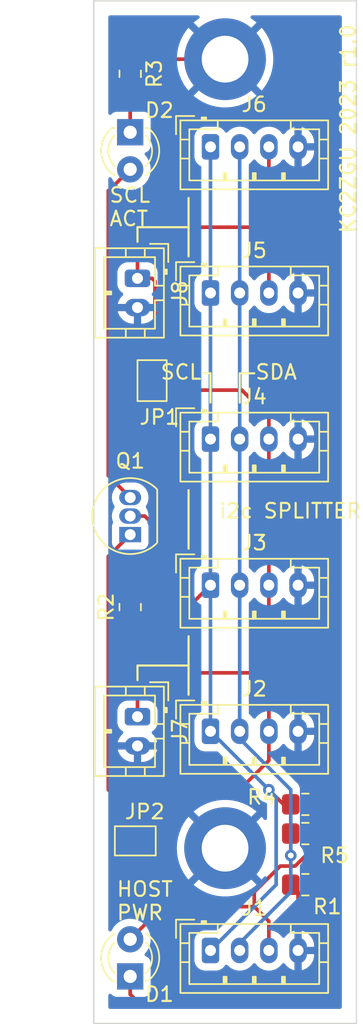
<source format=kicad_pcb>
(kicad_pcb (version 20221018) (generator pcbnew)
  (layers (0 "F.Cu" signal) (31 "B.Cu" signal) (34 "B.Paste" user) (35 "F.Paste" user) (36 "B.SilkS" user "B.Silkscreen") (37 "F.SilkS" user "F.Silkscreen") (38 "B.Mask" user) (39 "F.Mask" user) (44 "Edge.Cuts" user))
  (net 0 "")
  (net 1 "GND")
  (net 2 "SCL")
  (net 3 "SDA")
  (net 4 "VCC")
  (net 5 "+3.3V")
  (net 6 "Net-(J5-Pin_3)")
  (net 7 "Net-(D1-K)")
  (net 8 "Net-(D2-K)")
  (net 9 "Net-(D2-A)")
  (net 10 "Net-(Q1-B)")
  (footprint "Connector_JST:JST_PH_B4B-PH-K_1x04_P2.00mm_Vertical" (layer "F.Cu") (at 112 70)
    (fp_text reference "J4" (at 3 -2.9) (layer "F.SilkS"))
    (fp_text value "Conn_01x04_Male")
    (fp_line (start -2.36 -2.11) (end -2.36 -0.86) (stroke (width 0.12)) (layer "F.SilkS"))
    (fp_line (start -2.06 -1.81) (end -2.06 2.91) (stroke (width 0.12)) (layer "F.SilkS"))
    (fp_line (start -2.06 -0.5) (end -1.45 -0.5) (stroke (width 0.12)) (layer "F.SilkS"))
    (fp_line (start -2.06 0.8) (end -1.45 0.8) (stroke (width 0.12)) (layer "F.SilkS"))
    (fp_line (start -2.06 2.91) (end 8.06 2.91) (stroke (width 0.12)) (layer "F.SilkS"))
    (fp_line (start -1.45 -1.2) (end -1.45 2.3) (stroke (width 0.12)) (layer "F.SilkS"))
    (fp_line (start -1.45 2.3) (end 7.45 2.3) (stroke (width 0.12)) (layer "F.SilkS"))
    (fp_line (start -1.11 -2.11) (end -2.36 -2.11) (stroke (width 0.12)) (layer "F.SilkS"))
    (fp_line (start -0.6 -2.01) (end -0.6 -1.81) (stroke (width 0.12)) (layer "F.SilkS"))
    (fp_line (start -0.3 -2.01) (end -0.6 -2.01) (stroke (width 0.12)) (layer "F.SilkS"))
    (fp_line (start -0.3 -1.91) (end -0.6 -1.91) (stroke (width 0.12)) (layer "F.SilkS"))
    (fp_line (start -0.3 -1.81) (end -0.3 -2.01) (stroke (width 0.12)) (layer "F.SilkS"))
    (fp_line (start 0.5 -1.81) (end 0.5 -1.2) (stroke (width 0.12)) (layer "F.SilkS"))
    (fp_line (start 0.5 -1.2) (end -1.45 -1.2) (stroke (width 0.12)) (layer "F.SilkS"))
    (fp_line (start 0.9 1.8) (end 1.1 1.8) (stroke (width 0.12)) (layer "F.SilkS"))
    (fp_line (start 0.9 2.3) (end 0.9 1.8) (stroke (width 0.12)) (layer "F.SilkS"))
    (fp_line (start 1 2.3) (end 1 1.8) (stroke (width 0.12)) (layer "F.SilkS"))
    (fp_line (start 1.1 1.8) (end 1.1 2.3) (stroke (width 0.12)) (layer "F.SilkS"))
    (fp_line (start 2.9 1.8) (end 3.1 1.8) (stroke (width 0.12)) (layer "F.SilkS"))
    (fp_line (start 2.9 2.3) (end 2.9 1.8) (stroke (width 0.12)) (layer "F.SilkS"))
    (fp_line (start 3 2.3) (end 3 1.8) (stroke (width 0.12)) (layer "F.SilkS"))
    (fp_line (start 3.1 1.8) (end 3.1 2.3) (stroke (width 0.12)) (layer "F.SilkS"))
    (fp_line (start 4.9 1.8) (end 5.1 1.8) (stroke (width 0.12)) (layer "F.SilkS"))
    (fp_line (start 4.9 2.3) (end 4.9 1.8) (stroke (width 0.12)) (layer "F.SilkS"))
    (fp_line (start 5 2.3) (end 5 1.8) (stroke (width 0.12)) (layer "F.SilkS"))
    (fp_line (start 5.1 1.8) (end 5.1 2.3) (stroke (width 0.12)) (layer "F.SilkS"))
    (fp_line (start 5.5 -1.2) (end 5.5 -1.81) (stroke (width 0.12)) (layer "F.SilkS"))
    (fp_line (start 7.45 -1.2) (end 5.5 -1.2) (stroke (width 0.12)) (layer "F.SilkS"))
    (fp_line (start 7.45 2.3) (end 7.45 -1.2) (stroke (width 0.12)) (layer "F.SilkS"))
    (fp_line (start 8.06 -1.81) (end -2.06 -1.81) (stroke (width 0.12)) (layer "F.SilkS"))
    (fp_line (start 8.06 -0.5) (end 7.45 -0.5) (stroke (width 0.12)) (layer "F.SilkS"))
    (fp_line (start 8.06 0.8) (end 7.45 0.8) (stroke (width 0.12)) (layer "F.SilkS"))
    (fp_line (start 8.06 2.91) (end 8.06 -1.81) (stroke (width 0.12)) (layer "F.SilkS"))
    (pad "1" thru_hole roundrect (at 0 0) (size 1.2 1.75) (drill 0.75) (layers "*.Cu" "*.Mask") (roundrect_rratio 0.2083333333) (net 2 "SCL"))
    (pad "2" thru_hole oval (at 2 0) (size 1.2 1.75) (drill 0.75) (layers "*.Cu" "*.Mask") (net 3 "SDA"))
    (pad "3" thru_hole oval (at 4 0) (size 1.2 1.75) (drill 0.75) (layers "*.Cu" "*.Mask") (net 5 "+3.3V"))
    (pad "4" thru_hole oval (at 6 0) (size 1.2 1.75) (drill 0.75) (layers "*.Cu" "*.Mask") (net 1 "GND"))
  )
  (footprint "Resistor_SMD:R_0805_2012Metric_Pad1.20x1.40mm_HandSolder" (layer "F.Cu") (at 118.5 97)
    (fp_text reference "R5" (at 2 1.5) (layer "F.SilkS"))
    (fp_text value "R_US")
    (fp_line (start -0.227064 -0.735) (end 0.227064 -0.735) (stroke (width 0.12)) (layer "F.SilkS"))
    (fp_line (start -0.227064 0.735) (end 0.227064 0.735) (stroke (width 0.12)) (layer "F.SilkS"))
    (pad "1" smd roundrect (at -1 0) (size 1.2 1.4) (layers "F.Cu" "F.Paste" "F.Mask") (roundrect_rratio 0.2083333333) (net 3 "SDA"))
    (pad "2" smd roundrect (at 1 0) (size 1.2 1.4) (layers "F.Cu" "F.Paste" "F.Mask") (roundrect_rratio 0.2083333333) (net 4 "VCC"))
  )
  (footprint "LED_THT:LED_D3.0mm" (layer "F.Cu") (at 106.5 106.775 90)
    (fp_text reference "D1" (at -1.225 2 180) (layer "F.SilkS"))
    (fp_text value "LED")
    (fp_line (start -0.29 -1.236) (end -0.29 -1.08) (stroke (width 0.12)) (layer "F.SilkS"))
    (fp_line (start -0.29 1.08) (end -0.29 1.236) (stroke (width 0.12)) (layer "F.SilkS"))
    (fp_arc (start -0.29 -1.235516) (mid 1.366487 -1.987659) (end 2.942335 -1.078608) (stroke (width 0.12)) (layer "F.SilkS"))
    (fp_arc (start 0.229039 -1.08) (mid 1.270117 -1.5) (end 2.31113 -1.079837) (stroke (width 0.12)) (layer "F.SilkS"))
    (fp_arc (start 2.31113 1.079837) (mid 1.270117 1.5) (end 0.229039 1.08) (stroke (width 0.12)) (layer "F.SilkS"))
    (fp_arc (start 2.942335 1.078608) (mid 1.366487 1.987659) (end -0.29 1.235516) (stroke (width 0.12)) (layer "F.SilkS"))
    (pad "1" thru_hole rect (at 0 0 90) (size 1.8 1.8) (drill 0.9) (layers "*.Cu" "*.Mask") (net 7 "Net-(D1-K)"))
    (pad "2" thru_hole circle (at 2.54 0 90) (size 1.8 1.8) (drill 0.9) (layers "*.Cu" "*.Mask") (net 4 "VCC"))
  )
  (footprint "Package_TO_SOT_THT:TO-92_Inline" (layer "F.Cu") (at 106.5 76.54 90)
    (fp_text reference "Q1" (at 5.04 0 180) (layer "F.SilkS"))
    (fp_text value "2N3906")
    (fp_line (start -0.53 1.85) (end 3.07 1.85) (stroke (width 0.12)) (layer "F.SilkS"))
    (fp_arc (start -0.568478 1.838478) (mid -1.132087 -0.994977) (end 1.27 -2.6) (stroke (width 0.12)) (layer "F.SilkS"))
    (fp_arc (start 1.27 -2.6) (mid 3.672087 -0.994977) (end 3.108478 1.838478) (stroke (width 0.12)) (layer "F.SilkS"))
    (pad "1" thru_hole rect (at 0 0 90) (size 1.05 1.5) (drill 0.75) (layers "*.Cu" "*.Mask") (net 4 "VCC"))
    (pad "2" thru_hole oval (at 1.27 0 90) (size 1.05 1.5) (drill 0.75) (layers "*.Cu" "*.Mask") (net 10 "Net-(Q1-B)"))
    (pad "3" thru_hole oval (at 2.54 0 90) (size 1.05 1.5) (drill 0.75) (layers "*.Cu" "*.Mask") (net 9 "Net-(D2-A)"))
  )
  (footprint "Connector_JST:JST_PH_B4B-PH-K_1x04_P2.00mm_Vertical" (layer "F.Cu") (at 112 60)
    (fp_text reference "J5" (at 3 -2.9) (layer "F.SilkS"))
    (fp_text value "Conn_01x04_Male")
    (fp_line (start -2.36 -2.11) (end -2.36 -0.86) (stroke (width 0.12)) (layer "F.SilkS"))
    (fp_line (start -2.06 -1.81) (end -2.06 2.91) (stroke (width 0.12)) (layer "F.SilkS"))
    (fp_line (start -2.06 -0.5) (end -1.45 -0.5) (stroke (width 0.12)) (layer "F.SilkS"))
    (fp_line (start -2.06 0.8) (end -1.45 0.8) (stroke (width 0.12)) (layer "F.SilkS"))
    (fp_line (start -2.06 2.91) (end 8.06 2.91) (stroke (width 0.12)) (layer "F.SilkS"))
    (fp_line (start -1.45 -1.2) (end -1.45 2.3) (stroke (width 0.12)) (layer "F.SilkS"))
    (fp_line (start -1.45 2.3) (end 7.45 2.3) (stroke (width 0.12)) (layer "F.SilkS"))
    (fp_line (start -1.11 -2.11) (end -2.36 -2.11) (stroke (width 0.12)) (layer "F.SilkS"))
    (fp_line (start -0.6 -2.01) (end -0.6 -1.81) (stroke (width 0.12)) (layer "F.SilkS"))
    (fp_line (start -0.3 -2.01) (end -0.6 -2.01) (stroke (width 0.12)) (layer "F.SilkS"))
    (fp_line (start -0.3 -1.91) (end -0.6 -1.91) (stroke (width 0.12)) (layer "F.SilkS"))
    (fp_line (start -0.3 -1.81) (end -0.3 -2.01) (stroke (width 0.12)) (layer "F.SilkS"))
    (fp_line (start 0.5 -1.81) (end 0.5 -1.2) (stroke (width 0.12)) (layer "F.SilkS"))
    (fp_line (start 0.5 -1.2) (end -1.45 -1.2) (stroke (width 0.12)) (layer "F.SilkS"))
    (fp_line (start 0.9 1.8) (end 1.1 1.8) (stroke (width 0.12)) (layer "F.SilkS"))
    (fp_line (start 0.9 2.3) (end 0.9 1.8) (stroke (width 0.12)) (layer "F.SilkS"))
    (fp_line (start 1 2.3) (end 1 1.8) (stroke (width 0.12)) (layer "F.SilkS"))
    (fp_line (start 1.1 1.8) (end 1.1 2.3) (stroke (width 0.12)) (layer "F.SilkS"))
    (fp_line (start 2.9 1.8) (end 3.1 1.8) (stroke (width 0.12)) (layer "F.SilkS"))
    (fp_line (start 2.9 2.3) (end 2.9 1.8) (stroke (width 0.12)) (layer "F.SilkS"))
    (fp_line (start 3 2.3) (end 3 1.8) (stroke (width 0.12)) (layer "F.SilkS"))
    (fp_line (start 3.1 1.8) (end 3.1 2.3) (stroke (width 0.12)) (layer "F.SilkS"))
    (fp_line (start 4.9 1.8) (end 5.1 1.8) (stroke (width 0.12)) (layer "F.SilkS"))
    (fp_line (start 4.9 2.3) (end 4.9 1.8) (stroke (width 0.12)) (layer "F.SilkS"))
    (fp_line (start 5 2.3) (end 5 1.8) (stroke (width 0.12)) (layer "F.SilkS"))
    (fp_line (start 5.1 1.8) (end 5.1 2.3) (stroke (width 0.12)) (layer "F.SilkS"))
    (fp_line (start 5.5 -1.2) (end 5.5 -1.81) (stroke (width 0.12)) (layer "F.SilkS"))
    (fp_line (start 7.45 -1.2) (end 5.5 -1.2) (stroke (width 0.12)) (layer "F.SilkS"))
    (fp_line (start 7.45 2.3) (end 7.45 -1.2) (stroke (width 0.12)) (layer "F.SilkS"))
    (fp_line (start 8.06 -1.81) (end -2.06 -1.81) (stroke (width 0.12)) (layer "F.SilkS"))
    (fp_line (start 8.06 -0.5) (end 7.45 -0.5) (stroke (width 0.12)) (layer "F.SilkS"))
    (fp_line (start 8.06 0.8) (end 7.45 0.8) (stroke (width 0.12)) (layer "F.SilkS"))
    (fp_line (start 8.06 2.91) (end 8.06 -1.81) (stroke (width 0.12)) (layer "F.SilkS"))
    (pad "1" thru_hole roundrect (at 0 0) (size 1.2 1.75) (drill 0.75) (layers "*.Cu" "*.Mask") (roundrect_rratio 0.2083333333) (net 2 "SCL"))
    (pad "2" thru_hole oval (at 2 0) (size 1.2 1.75) (drill 0.75) (layers "*.Cu" "*.Mask") (net 3 "SDA"))
    (pad "3" thru_hole oval (at 4 0) (size 1.2 1.75) (drill 0.75) (layers "*.Cu" "*.Mask") (net 6 "Net-(J5-Pin_3)"))
    (pad "4" thru_hole oval (at 6 0) (size 1.2 1.75) (drill 0.75) (layers "*.Cu" "*.Mask") (net 1 "GND"))
  )
  (footprint "MountingHole:MountingHole_3.2mm_M3_DIN965_Pad" (layer "F.Cu") (at 113 44)
    (fp_text reference "H2" hide)
    (fp_text value "MountingHole_Pad")
    (pad "1" thru_hole circle (at 0 0) (size 5.6 5.6) (drill 3.2) (layers "*.Cu" "*.Mask") (net 1 "GND"))
  )
  (footprint "Resistor_SMD:R_0805_2012Metric_Pad1.20x1.40mm_HandSolder" (layer "F.Cu") (at 106.5 45 -90)
    (fp_text reference "R3" (at 0 -1.65 90) (layer "F.SilkS"))
    (fp_text value "R_US")
    (fp_line (start -0.227064 -0.735) (end 0.227064 -0.735) (stroke (width 0.12)) (layer "F.SilkS"))
    (fp_line (start -0.227064 0.735) (end 0.227064 0.735) (stroke (width 0.12)) (layer "F.SilkS"))
    (pad "1" smd roundrect (at -1 0 270) (size 1.2 1.4) (layers "F.Cu" "F.Paste" "F.Mask") (roundrect_rratio 0.2083333333) (net 1 "GND"))
    (pad "2" smd roundrect (at 1 0 270) (size 1.2 1.4) (layers "F.Cu" "F.Paste" "F.Mask") (roundrect_rratio 0.2083333333) (net 8 "Net-(D2-K)"))
  )
  (footprint "MountingHole:MountingHole_3.2mm_M3_DIN965_Pad" (layer "F.Cu") (at 113 98)
    (fp_text reference "H1" hide)
    (fp_text value "MountingHole_Pad")
    (pad "1" thru_hole circle (at 0 0) (size 5.6 5.6) (drill 3.2) (layers "*.Cu" "*.Mask") (net 1 "GND"))
  )
  (footprint "Connector_JST:JST_PH_B2B-PH-K_1x02_P2.00mm_Vertical" (layer "F.Cu") (at 107 59 -90)
    (fp_text reference "J8" (at 1 -2.9 90) (layer "F.SilkS"))
    (fp_text value "Conn_01x02_Pin")
    (fp_line (start -2.36 -2.11) (end -2.36 -0.86) (stroke (width 0.12)) (layer "F.SilkS"))
    (fp_line (start -2.06 -1.81) (end -2.06 2.91) (stroke (width 0.12)) (layer "F.SilkS"))
    (fp_line (start -2.06 -0.5) (end -1.45 -0.5) (stroke (width 0.12)) (layer "F.SilkS"))
    (fp_line (start -2.06 0.8) (end -1.45 0.8) (stroke (width 0.12)) (layer "F.SilkS"))
    (fp_line (start -2.06 2.91) (end 4.06 2.91) (stroke (width 0.12)) (layer "F.SilkS"))
    (fp_line (start -1.45 -1.2) (end -1.45 2.3) (stroke (width 0.12)) (layer "F.SilkS"))
    (fp_line (start -1.45 2.3) (end 3.45 2.3) (stroke (width 0.12)) (layer "F.SilkS"))
    (fp_line (start -1.11 -2.11) (end -2.36 -2.11) (stroke (width 0.12)) (layer "F.SilkS"))
    (fp_line (start -0.6 -2.01) (end -0.6 -1.81) (stroke (width 0.12)) (layer "F.SilkS"))
    (fp_line (start -0.3 -2.01) (end -0.6 -2.01) (stroke (width 0.12)) (layer "F.SilkS"))
    (fp_line (start -0.3 -1.91) (end -0.6 -1.91) (stroke (width 0.12)) (layer "F.SilkS"))
    (fp_line (start -0.3 -1.81) (end -0.3 -2.01) (stroke (width 0.12)) (layer "F.SilkS"))
    (fp_line (start 0.5 -1.81) (end 0.5 -1.2) (stroke (width 0.12)) (layer "F.SilkS"))
    (fp_line (start 0.5 -1.2) (end -1.45 -1.2) (stroke (width 0.12)) (layer "F.SilkS"))
    (fp_line (start 0.9 1.8) (end 1.1 1.8) (stroke (width 0.12)) (layer "F.SilkS"))
    (fp_line (start 0.9 2.3) (end 0.9 1.8) (stroke (width 0.12)) (layer "F.SilkS"))
    (fp_line (start 1 2.3) (end 1 1.8) (stroke (width 0.12)) (layer "F.SilkS"))
    (fp_line (start 1.1 1.8) (end 1.1 2.3) (stroke (width 0.12)) (layer "F.SilkS"))
    (fp_line (start 1.5 -1.2) (end 1.5 -1.81) (stroke (width 0.12)) (layer "F.SilkS"))
    (fp_line (start 3.45 -1.2) (end 1.5 -1.2) (stroke (width 0.12)) (layer "F.SilkS"))
    (fp_line (start 3.45 2.3) (end 3.45 -1.2) (stroke (width 0.12)) (layer "F.SilkS"))
    (fp_line (start 4.06 -1.81) (end -2.06 -1.81) (stroke (width 0.12)) (layer "F.SilkS"))
    (fp_line (start 4.06 -0.5) (end 3.45 -0.5) (stroke (width 0.12)) (layer "F.SilkS"))
    (fp_line (start 4.06 0.8) (end 3.45 0.8) (stroke (width 0.12)) (layer "F.SilkS"))
    (fp_line (start 4.06 2.91) (end 4.06 -1.81) (stroke (width 0.12)) (layer "F.SilkS"))
    (pad "1" thru_hole roundrect (at 0 0 270) (size 1.2 1.75) (drill 0.75) (layers "*.Cu" "*.Mask") (roundrect_rratio 0.2083333333) (net 6 "Net-(J5-Pin_3)"))
    (pad "2" thru_hole oval (at 2 0 270) (size 1.2 1.75) (drill 0.75) (layers "*.Cu" "*.Mask") (net 1 "GND"))
  )
  (footprint "LED_THT:LED_D3.0mm" (layer "F.Cu") (at 106.5 49 -90)
    (fp_text reference "D2" (at -1.5 -2 -180) (layer "F.SilkS"))
    (fp_text value "LED")
    (fp_line (start -0.29 -1.236) (end -0.29 -1.08) (stroke (width 0.12)) (layer "F.SilkS"))
    (fp_line (start -0.29 1.08) (end -0.29 1.236) (stroke (width 0.12)) (layer "F.SilkS"))
    (fp_arc (start -0.29 -1.235516) (mid 1.366487 -1.987659) (end 2.942335 -1.078608) (stroke (width 0.12)) (layer "F.SilkS"))
    (fp_arc (start 0.229039 -1.08) (mid 1.270117 -1.5) (end 2.31113 -1.079837) (stroke (width 0.12)) (layer "F.SilkS"))
    (fp_arc (start 2.31113 1.079837) (mid 1.270117 1.5) (end 0.229039 1.08) (stroke (width 0.12)) (layer "F.SilkS"))
    (fp_arc (start 2.942335 1.078608) (mid 1.366487 1.987659) (end -0.29 1.235516) (stroke (width 0.12)) (layer "F.SilkS"))
    (pad "1" thru_hole rect (at 0 0 270) (size 1.8 1.8) (drill 0.9) (layers "*.Cu" "*.Mask") (net 8 "Net-(D2-K)"))
    (pad "2" thru_hole circle (at 2.54 0 270) (size 1.8 1.8) (drill 0.9) (layers "*.Cu" "*.Mask") (net 9 "Net-(D2-A)"))
  )
  (footprint "Resistor_SMD:R_0805_2012Metric_Pad1.20x1.40mm_HandSolder" (layer "F.Cu") (at 118.5 95)
    (fp_text reference "R4" (at -3 -0.5) (layer "F.SilkS"))
    (fp_text value "R_US")
    (fp_line (start -0.227064 -0.735) (end 0.227064 -0.735) (stroke (width 0.12)) (layer "F.SilkS"))
    (fp_line (start -0.227064 0.735) (end 0.227064 0.735) (stroke (width 0.12)) (layer "F.SilkS"))
    (pad "1" smd roundrect (at -1 0) (size 1.2 1.4) (layers "F.Cu" "F.Paste" "F.Mask") (roundrect_rratio 0.2083333333) (net 2 "SCL"))
    (pad "2" smd roundrect (at 1 0) (size 1.2 1.4) (layers "F.Cu" "F.Paste" "F.Mask") (roundrect_rratio 0.2083333333) (net 4 "VCC"))
  )
  (footprint "Connector_JST:JST_PH_B4B-PH-K_1x04_P2.00mm_Vertical" (layer "F.Cu") (at 112 90)
    (fp_text reference "J2" (at 3 -2.9) (layer "F.SilkS"))
    (fp_text value "Conn_01x04_Male")
    (fp_line (start -2.36 -2.11) (end -2.36 -0.86) (stroke (width 0.12)) (layer "F.SilkS"))
    (fp_line (start -2.06 -1.81) (end -2.06 2.91) (stroke (width 0.12)) (layer "F.SilkS"))
    (fp_line (start -2.06 -0.5) (end -1.45 -0.5) (stroke (width 0.12)) (layer "F.SilkS"))
    (fp_line (start -2.06 0.8) (end -1.45 0.8) (stroke (width 0.12)) (layer "F.SilkS"))
    (fp_line (start -2.06 2.91) (end 8.06 2.91) (stroke (width 0.12)) (layer "F.SilkS"))
    (fp_line (start -1.45 -1.2) (end -1.45 2.3) (stroke (width 0.12)) (layer "F.SilkS"))
    (fp_line (start -1.45 2.3) (end 7.45 2.3) (stroke (width 0.12)) (layer "F.SilkS"))
    (fp_line (start -1.11 -2.11) (end -2.36 -2.11) (stroke (width 0.12)) (layer "F.SilkS"))
    (fp_line (start -0.6 -2.01) (end -0.6 -1.81) (stroke (width 0.12)) (layer "F.SilkS"))
    (fp_line (start -0.3 -2.01) (end -0.6 -2.01) (stroke (width 0.12)) (layer "F.SilkS"))
    (fp_line (start -0.3 -1.91) (end -0.6 -1.91) (stroke (width 0.12)) (layer "F.SilkS"))
    (fp_line (start -0.3 -1.81) (end -0.3 -2.01) (stroke (width 0.12)) (layer "F.SilkS"))
    (fp_line (start 0.5 -1.81) (end 0.5 -1.2) (stroke (width 0.12)) (layer "F.SilkS"))
    (fp_line (start 0.5 -1.2) (end -1.45 -1.2) (stroke (width 0.12)) (layer "F.SilkS"))
    (fp_line (start 0.9 1.8) (end 1.1 1.8) (stroke (width 0.12)) (layer "F.SilkS"))
    (fp_line (start 0.9 2.3) (end 0.9 1.8) (stroke (width 0.12)) (layer "F.SilkS"))
    (fp_line (start 1 2.3) (end 1 1.8) (stroke (width 0.12)) (layer "F.SilkS"))
    (fp_line (start 1.1 1.8) (end 1.1 2.3) (stroke (width 0.12)) (layer "F.SilkS"))
    (fp_line (start 2.9 1.8) (end 3.1 1.8) (stroke (width 0.12)) (layer "F.SilkS"))
    (fp_line (start 2.9 2.3) (end 2.9 1.8) (stroke (width 0.12)) (layer "F.SilkS"))
    (fp_line (start 3 2.3) (end 3 1.8) (stroke (width 0.12)) (layer "F.SilkS"))
    (fp_line (start 3.1 1.8) (end 3.1 2.3) (stroke (width 0.12)) (layer "F.SilkS"))
    (fp_line (start 4.9 1.8) (end 5.1 1.8) (stroke (width 0.12)) (layer "F.SilkS"))
    (fp_line (start 4.9 2.3) (end 4.9 1.8) (stroke (width 0.12)) (layer "F.SilkS"))
    (fp_line (start 5 2.3) (end 5 1.8) (stroke (width 0.12)) (layer "F.SilkS"))
    (fp_line (start 5.1 1.8) (end 5.1 2.3) (stroke (width 0.12)) (layer "F.SilkS"))
    (fp_line (start 5.5 -1.2) (end 5.5 -1.81) (stroke (width 0.12)) (layer "F.SilkS"))
    (fp_line (start 7.45 -1.2) (end 5.5 -1.2) (stroke (width 0.12)) (layer "F.SilkS"))
    (fp_line (start 7.45 2.3) (end 7.45 -1.2) (stroke (width 0.12)) (layer "F.SilkS"))
    (fp_line (start 8.06 -1.81) (end -2.06 -1.81) (stroke (width 0.12)) (layer "F.SilkS"))
    (fp_line (start 8.06 -0.5) (end 7.45 -0.5) (stroke (width 0.12)) (layer "F.SilkS"))
    (fp_line (start 8.06 0.8) (end 7.45 0.8) (stroke (width 0.12)) (layer "F.SilkS"))
    (fp_line (start 8.06 2.91) (end 8.06 -1.81) (stroke (width 0.12)) (layer "F.SilkS"))
    (pad "1" thru_hole roundrect (at 0 0) (size 1.2 1.75) (drill 0.75) (layers "*.Cu" "*.Mask") (roundrect_rratio 0.2083333333) (net 2 "SCL"))
    (pad "2" thru_hole oval (at 2 0) (size 1.2 1.75) (drill 0.75) (layers "*.Cu" "*.Mask") (net 3 "SDA"))
    (pad "3" thru_hole oval (at 4 0) (size 1.2 1.75) (drill 0.75) (layers "*.Cu" "*.Mask") (net 5 "+3.3V"))
    (pad "4" thru_hole oval (at 6 0) (size 1.2 1.75) (drill 0.75) (layers "*.Cu" "*.Mask") (net 1 "GND"))
  )
  (footprint "Connector_JST:JST_PH_B2B-PH-K_1x02_P2.00mm_Vertical" (layer "F.Cu") (at 107 89 -90)
    (fp_text reference "J7" (at 1 -2.9 90) (layer "F.SilkS"))
    (fp_text value "Conn_01x02_Pin")
    (fp_line (start -2.36 -2.11) (end -2.36 -0.86) (stroke (width 0.12)) (layer "F.SilkS"))
    (fp_line (start -2.06 -1.81) (end -2.06 2.91) (stroke (width 0.12)) (layer "F.SilkS"))
    (fp_line (start -2.06 -0.5) (end -1.45 -0.5) (stroke (width 0.12)) (layer "F.SilkS"))
    (fp_line (start -2.06 0.8) (end -1.45 0.8) (stroke (width 0.12)) (layer "F.SilkS"))
    (fp_line (start -2.06 2.91) (end 4.06 2.91) (stroke (width 0.12)) (layer "F.SilkS"))
    (fp_line (start -1.45 -1.2) (end -1.45 2.3) (stroke (width 0.12)) (layer "F.SilkS"))
    (fp_line (start -1.45 2.3) (end 3.45 2.3) (stroke (width 0.12)) (layer "F.SilkS"))
    (fp_line (start -1.11 -2.11) (end -2.36 -2.11) (stroke (width 0.12)) (layer "F.SilkS"))
    (fp_line (start -0.6 -2.01) (end -0.6 -1.81) (stroke (width 0.12)) (layer "F.SilkS"))
    (fp_line (start -0.3 -2.01) (end -0.6 -2.01) (stroke (width 0.12)) (layer "F.SilkS"))
    (fp_line (start -0.3 -1.91) (end -0.6 -1.91) (stroke (width 0.12)) (layer "F.SilkS"))
    (fp_line (start -0.3 -1.81) (end -0.3 -2.01) (stroke (width 0.12)) (layer "F.SilkS"))
    (fp_line (start 0.5 -1.81) (end 0.5 -1.2) (stroke (width 0.12)) (layer "F.SilkS"))
    (fp_line (start 0.5 -1.2) (end -1.45 -1.2) (stroke (width 0.12)) (layer "F.SilkS"))
    (fp_line (start 0.9 1.8) (end 1.1 1.8) (stroke (width 0.12)) (layer "F.SilkS"))
    (fp_line (start 0.9 2.3) (end 0.9 1.8) (stroke (width 0.12)) (layer "F.SilkS"))
    (fp_line (start 1 2.3) (end 1 1.8) (stroke (width 0.12)) (layer "F.SilkS"))
    (fp_line (start 1.1 1.8) (end 1.1 2.3) (stroke (width 0.12)) (layer "F.SilkS"))
    (fp_line (start 1.5 -1.2) (end 1.5 -1.81) (stroke (width 0.12)) (layer "F.SilkS"))
    (fp_line (start 3.45 -1.2) (end 1.5 -1.2) (stroke (width 0.12)) (layer "F.SilkS"))
    (fp_line (start 3.45 2.3) (end 3.45 -1.2) (stroke (width 0.12)) (layer "F.SilkS"))
    (fp_line (start 4.06 -1.81) (end -2.06 -1.81) (stroke (width 0.12)) (layer "F.SilkS"))
    (fp_line (start 4.06 -0.5) (end 3.45 -0.5) (stroke (width 0.12)) (layer "F.SilkS"))
    (fp_line (start 4.06 0.8) (end 3.45 0.8) (stroke (width 0.12)) (layer "F.SilkS"))
    (fp_line (start 4.06 2.91) (end 4.06 -1.81) (stroke (width 0.12)) (layer "F.SilkS"))
    (pad "1" thru_hole roundrect (at 0 0 270) (size 1.2 1.75) (drill 0.75) (layers "*.Cu" "*.Mask") (roundrect_rratio 0.2083333333) (net 5 "+3.3V"))
    (pad "2" thru_hole oval (at 2 0 270) (size 1.2 1.75) (drill 0.75) (layers "*.Cu" "*.Mask") (net 1 "GND"))
  )
  (footprint "Resistor_SMD:R_0805_2012Metric_Pad1.20x1.40mm_HandSolder" (layer "F.Cu") (at 118.5 100.5 180)
    (fp_text reference "R1" (at -1.5 -1.5) (layer "F.SilkS"))
    (fp_text value "R_US")
    (fp_line (start -0.227064 -0.735) (end 0.227064 -0.735) (stroke (width 0.12)) (layer "F.SilkS"))
    (fp_line (start -0.227064 0.735) (end 0.227064 0.735) (stroke (width 0.12)) (layer "F.SilkS"))
    (pad "1" smd roundrect (at -1 0 180) (size 1.2 1.4) (layers "F.Cu" "F.Paste" "F.Mask") (roundrect_rratio 0.2083333333) (net 7 "Net-(D1-K)"))
    (pad "2" smd roundrect (at 1 0 180) (size 1.2 1.4) (layers "F.Cu" "F.Paste" "F.Mask") (roundrect_rratio 0.2083333333) (net 1 "GND"))
  )
  (footprint "Jumper:SolderJumper-2_P1.3mm_Bridged_Pad1.0x1.5mm" (layer "F.Cu") (at 108 66 90)
    (fp_text reference "JP1" (at -2.5 0.5 180) (layer "F.SilkS"))
    (fp_text value "SolderJumper_2_Bridged")
    (fp_poly (pts (xy -0.25 -0.3) (xy 0.25 -0.3) (xy 0.25 0.3) (xy -0.25 0.3)) (fill solid) (layer "F.Cu"))
    (fp_line (start -1.4 -1) (end 1.4 -1) (stroke (width 0.12)) (layer "F.SilkS"))
    (fp_line (start -1.4 1) (end -1.4 -1) (stroke (width 0.12)) (layer "F.SilkS"))
    (fp_line (start 1.4 -1) (end 1.4 1) (stroke (width 0.12)) (layer "F.SilkS"))
    (fp_line (start 1.4 1) (end -1.4 1) (stroke (width 0.12)) (layer "F.SilkS"))
    (pad "1" smd rect (at -0.65 0 90) (size 1 1.5) (layers "F.Cu" "F.Mask") (net 5 "+3.3V"))
    (pad "2" smd rect (at 0.65 0 90) (size 1 1.5) (layers "F.Cu" "F.Mask") (net 6 "Net-(J5-Pin_3)"))
  )
  (footprint "Resistor_SMD:R_0805_2012Metric_Pad1.20x1.40mm_HandSolder" (layer "F.Cu") (at 106.5 81.5 90)
    (fp_text reference "R2" (at 0 -1.65 90) (layer "F.SilkS"))
    (fp_text value "R_US")
    (fp_line (start -0.227064 -0.735) (end 0.227064 -0.735) (stroke (width 0.12)) (layer "F.SilkS"))
    (fp_line (start -0.227064 0.735) (end 0.227064 0.735) (stroke (width 0.12)) (layer "F.SilkS"))
    (pad "1" smd roundrect (at -1 0 90) (size 1.2 1.4) (layers "F.Cu" "F.Paste" "F.Mask") (roundrect_rratio 0.2083333333) (net 2 "SCL"))
    (pad "2" smd roundrect (at 1 0 90) (size 1.2 1.4) (layers "F.Cu" "F.Paste" "F.Mask") (roundrect_rratio 0.2083333333) (net 10 "Net-(Q1-B)"))
  )
  (footprint "Connector_JST:JST_PH_B4B-PH-K_1x04_P2.00mm_Vertical" (layer "F.Cu") (at 112 80)
    (fp_text reference "J3" (at 3 -2.9) (layer "F.SilkS"))
    (fp_text value "Conn_01x04_Male")
    (fp_line (start -2.36 -2.11) (end -2.36 -0.86) (stroke (width 0.12)) (layer "F.SilkS"))
    (fp_line (start -2.06 -1.81) (end -2.06 2.91) (stroke (width 0.12)) (layer "F.SilkS"))
    (fp_line (start -2.06 -0.5) (end -1.45 -0.5) (stroke (width 0.12)) (layer "F.SilkS"))
    (fp_line (start -2.06 0.8) (end -1.45 0.8) (stroke (width 0.12)) (layer "F.SilkS"))
    (fp_line (start -2.06 2.91) (end 8.06 2.91) (stroke (width 0.12)) (layer "F.SilkS"))
    (fp_line (start -1.45 -1.2) (end -1.45 2.3) (stroke (width 0.12)) (layer "F.SilkS"))
    (fp_line (start -1.45 2.3) (end 7.45 2.3) (stroke (width 0.12)) (layer "F.SilkS"))
    (fp_line (start -1.11 -2.11) (end -2.36 -2.11) (stroke (width 0.12)) (layer "F.SilkS"))
    (fp_line (start -0.6 -2.01) (end -0.6 -1.81) (stroke (width 0.12)) (layer "F.SilkS"))
    (fp_line (start -0.3 -2.01) (end -0.6 -2.01) (stroke (width 0.12)) (layer "F.SilkS"))
    (fp_line (start -0.3 -1.91) (end -0.6 -1.91) (stroke (width 0.12)) (layer "F.SilkS"))
    (fp_line (start -0.3 -1.81) (end -0.3 -2.01) (stroke (width 0.12)) (layer "F.SilkS"))
    (fp_line (start 0.5 -1.81) (end 0.5 -1.2) (stroke (width 0.12)) (layer "F.SilkS"))
    (fp_line (start 0.5 -1.2) (end -1.45 -1.2) (stroke (width 0.12)) (layer "F.SilkS"))
    (fp_line (start 0.9 1.8) (end 1.1 1.8) (stroke (width 0.12)) (layer "F.SilkS"))
    (fp_line (start 0.9 2.3) (end 0.9 1.8) (stroke (width 0.12)) (layer "F.SilkS"))
    (fp_line (start 1 2.3) (end 1 1.8) (stroke (width 0.12)) (layer "F.SilkS"))
    (fp_line (start 1.1 1.8) (end 1.1 2.3) (stroke (width 0.12)) (layer "F.SilkS"))
    (fp_line (start 2.9 1.8) (end 3.1 1.8) (stroke (width 0.12)) (layer "F.SilkS"))
    (fp_line (start 2.9 2.3) (end 2.9 1.8) (stroke (width 0.12)) (layer "F.SilkS"))
    (fp_line (start 3 2.3) (end 3 1.8) (stroke (width 0.12)) (layer "F.SilkS"))
    (fp_line (start 3.1 1.8) (end 3.1 2.3) (stroke (width 0.12)) (layer "F.SilkS"))
    (fp_line (start 4.9 1.8) (end 5.1 1.8) (stroke (width 0.12)) (layer "F.SilkS"))
    (fp_line (start 4.9 2.3) (end 4.9 1.8) (stroke (width 0.12)) (layer "F.SilkS"))
    (fp_line (start 5 2.3) (end 5 1.8) (stroke (width 0.12)) (layer "F.SilkS"))
    (fp_line (start 5.1 1.8) (end 5.1 2.3) (stroke (width 0.12)) (layer "F.SilkS"))
    (fp_line (start 5.5 -1.2) (end 5.5 -1.81) (stroke (width 0.12)) (layer "F.SilkS"))
    (fp_line (start 7.45 -1.2) (end 5.5 -1.2) (stroke (width 0.12)) (layer "F.SilkS"))
    (fp_line (start 7.45 2.3) (end 7.45 -1.2) (stroke (width 0.12)) (layer "F.SilkS"))
    (fp_line (start 8.06 -1.81) (end -2.06 -1.81) (stroke (width 0.12)) (layer "F.SilkS"))
    (fp_line (start 8.06 -0.5) (end 7.45 -0.5) (stroke (width 0.12)) (layer "F.SilkS"))
    (fp_line (start 8.06 0.8) (end 7.45 0.8) (stroke (width 0.12)) (layer "F.SilkS"))
    (fp_line (start 8.06 2.91) (end 8.06 -1.81) (stroke (width 0.12)) (layer "F.SilkS"))
    (pad "1" thru_hole roundrect (at 0 0) (size 1.2 1.75) (drill 0.75) (layers "*.Cu" "*.Mask") (roundrect_rratio 0.2083333333) (net 2 "SCL"))
    (pad "2" thru_hole oval (at 2 0) (size 1.2 1.75) (drill 0.75) (layers "*.Cu" "*.Mask") (net 3 "SDA"))
    (pad "3" thru_hole oval (at 4 0) (size 1.2 1.75) (drill 0.75) (layers "*.Cu" "*.Mask") (net 5 "+3.3V"))
    (pad "4" thru_hole oval (at 6 0) (size 1.2 1.75) (drill 0.75) (layers "*.Cu" "*.Mask") (net 1 "GND"))
  )
  (footprint "Connector_JST:JST_PH_B4B-PH-K_1x04_P2.00mm_Vertical" (layer "F.Cu") (at 112 105)
    (fp_text reference "J1" (at 3 -2.9) (layer "F.SilkS"))
    (fp_text value "Conn_01x04_Male")
    (fp_line (start -2.36 -2.11) (end -2.36 -0.86) (stroke (width 0.12)) (layer "F.SilkS"))
    (fp_line (start -2.06 -1.81) (end -2.06 2.91) (stroke (width 0.12)) (layer "F.SilkS"))
    (fp_line (start -2.06 -0.5) (end -1.45 -0.5) (stroke (width 0.12)) (layer "F.SilkS"))
    (fp_line (start -2.06 0.8) (end -1.45 0.8) (stroke (width 0.12)) (layer "F.SilkS"))
    (fp_line (start -2.06 2.91) (end 8.06 2.91) (stroke (width 0.12)) (layer "F.SilkS"))
    (fp_line (start -1.45 -1.2) (end -1.45 2.3) (stroke (width 0.12)) (layer "F.SilkS"))
    (fp_line (start -1.45 2.3) (end 7.45 2.3) (stroke (width 0.12)) (layer "F.SilkS"))
    (fp_line (start -1.11 -2.11) (end -2.36 -2.11) (stroke (width 0.12)) (layer "F.SilkS"))
    (fp_line (start -0.6 -2.01) (end -0.6 -1.81) (stroke (width 0.12)) (layer "F.SilkS"))
    (fp_line (start -0.3 -2.01) (end -0.6 -2.01) (stroke (width 0.12)) (layer "F.SilkS"))
    (fp_line (start -0.3 -1.91) (end -0.6 -1.91) (stroke (width 0.12)) (layer "F.SilkS"))
    (fp_line (start -0.3 -1.81) (end -0.3 -2.01) (stroke (width 0.12)) (layer "F.SilkS"))
    (fp_line (start 0.5 -1.81) (end 0.5 -1.2) (stroke (width 0.12)) (layer "F.SilkS"))
    (fp_line (start 0.5 -1.2) (end -1.45 -1.2) (stroke (width 0.12)) (layer "F.SilkS"))
    (fp_line (start 0.9 1.8) (end 1.1 1.8) (stroke (width 0.12)) (layer "F.SilkS"))
    (fp_line (start 0.9 2.3) (end 0.9 1.8) (stroke (width 0.12)) (layer "F.SilkS"))
    (fp_line (start 1 2.3) (end 1 1.8) (stroke (width 0.12)) (layer "F.SilkS"))
    (fp_line (start 1.1 1.8) (end 1.1 2.3) (stroke (width 0.12)) (layer "F.SilkS"))
    (fp_line (start 2.9 1.8) (end 3.1 1.8) (stroke (width 0.12)) (layer "F.SilkS"))
    (fp_line (start 2.9 2.3) (end 2.9 1.8) (stroke (width 0.12)) (layer "F.SilkS"))
    (fp_line (start 3 2.3) (end 3 1.8) (stroke (width 0.12)) (layer "F.SilkS"))
    (fp_line (start 3.1 1.8) (end 3.1 2.3) (stroke (width 0.12)) (layer "F.SilkS"))
    (fp_line (start 4.9 1.8) (end 5.1 1.8) (stroke (width 0.12)) (layer "F.SilkS"))
    (fp_line (start 4.9 2.3) (end 4.9 1.8) (stroke (width 0.12)) (layer "F.SilkS"))
    (fp_line (start 5 2.3) (end 5 1.8) (stroke (width 0.12)) (layer "F.SilkS"))
    (fp_line (start 5.1 1.8) (end 5.1 2.3) (stroke (width 0.12)) (layer "F.SilkS"))
    (fp_line (start 5.5 -1.2) (end 5.5 -1.81) (stroke (width 0.12)) (layer "F.SilkS"))
    (fp_line (start 7.45 -1.2) (end 5.5 -1.2) (stroke (width 0.12)) (layer "F.SilkS"))
    (fp_line (start 7.45 2.3) (end 7.45 -1.2) (stroke (width 0.12)) (layer "F.SilkS"))
    (fp_line (start 8.06 -1.81) (end -2.06 -1.81) (stroke (width 0.12)) (layer "F.SilkS"))
    (fp_line (start 8.06 -0.5) (end 7.45 -0.5) (stroke (width 0.12)) (layer "F.SilkS"))
    (fp_line (start 8.06 0.8) (end 7.45 0.8) (stroke (width 0.12)) (layer "F.SilkS"))
    (fp_line (start 8.06 2.91) (end 8.06 -1.81) (stroke (width 0.12)) (layer "F.SilkS"))
    (pad "1" thru_hole roundrect (at 0 0) (size 1.2 1.75) (drill 0.75) (layers "*.Cu" "*.Mask") (roundrect_rratio 0.2083333333) (net 2 "SCL"))
    (pad "2" thru_hole oval (at 2 0) (size 1.2 1.75) (drill 0.75) (layers "*.Cu" "*.Mask") (net 3 "SDA"))
    (pad "3" thru_hole oval (at 4 0) (size 1.2 1.75) (drill 0.75) (layers "*.Cu" "*.Mask") (net 4 "VCC"))
    (pad "4" thru_hole oval (at 6 0) (size 1.2 1.75) (drill 0.75) (layers "*.Cu" "*.Mask") (net 1 "GND"))
  )
  (footprint "Connector_JST:JST_PH_B4B-PH-K_1x04_P2.00mm_Vertical" (layer "F.Cu") (at 112 50)
    (fp_text reference "J6" (at 3 -2.9) (layer "F.SilkS"))
    (fp_text value "Conn_01x04_Male")
    (fp_line (start -2.36 -2.11) (end -2.36 -0.86) (stroke (width 0.12)) (layer "F.SilkS"))
    (fp_line (start -2.06 -1.81) (end -2.06 2.91) (stroke (width 0.12)) (layer "F.SilkS"))
    (fp_line (start -2.06 -0.5) (end -1.45 -0.5) (stroke (width 0.12)) (layer "F.SilkS"))
    (fp_line (start -2.06 0.8) (end -1.45 0.8) (stroke (width 0.12)) (layer "F.SilkS"))
    (fp_line (start -2.06 2.91) (end 8.06 2.91) (stroke (width 0.12)) (layer "F.SilkS"))
    (fp_line (start -1.45 -1.2) (end -1.45 2.3) (stroke (width 0.12)) (layer "F.SilkS"))
    (fp_line (start -1.45 2.3) (end 7.45 2.3) (stroke (width 0.12)) (layer "F.SilkS"))
    (fp_line (start -1.11 -2.11) (end -2.36 -2.11) (stroke (width 0.12)) (layer "F.SilkS"))
    (fp_line (start -0.6 -2.01) (end -0.6 -1.81) (stroke (width 0.12)) (layer "F.SilkS"))
    (fp_line (start -0.3 -2.01) (end -0.6 -2.01) (stroke (width 0.12)) (layer "F.SilkS"))
    (fp_line (start -0.3 -1.91) (end -0.6 -1.91) (stroke (width 0.12)) (layer "F.SilkS"))
    (fp_line (start -0.3 -1.81) (end -0.3 -2.01) (stroke (width 0.12)) (layer "F.SilkS"))
    (fp_line (start 0.5 -1.81) (end 0.5 -1.2) (stroke (width 0.12)) (layer "F.SilkS"))
    (fp_line (start 0.5 -1.2) (end -1.45 -1.2) (stroke (width 0.12)) (layer "F.SilkS"))
    (fp_line (start 0.9 1.8) (end 1.1 1.8) (stroke (width 0.12)) (layer "F.SilkS"))
    (fp_line (start 0.9 2.3) (end 0.9 1.8) (stroke (width 0.12)) (layer "F.SilkS"))
    (fp_line (start 1 2.3) (end 1 1.8) (stroke (width 0.12)) (layer "F.SilkS"))
    (fp_line (start 1.1 1.8) (end 1.1 2.3) (stroke (width 0.12)) (layer "F.SilkS"))
    (fp_line (start 2.9 1.8) (end 3.1 1.8) (stroke (width 0.12)) (layer "F.SilkS"))
    (fp_line (start 2.9 2.3) (end 2.9 1.8) (stroke (width 0.12)) (layer "F.SilkS"))
    (fp_line (start 3 2.3) (end 3 1.8) (stroke (width 0.12)) (layer "F.SilkS"))
    (fp_line (start 3.1 1.8) (end 3.1 2.3) (stroke (width 0.12)) (layer "F.SilkS"))
    (fp_line (start 4.9 1.8) (end 5.1 1.8) (stroke (width 0.12)) (layer "F.SilkS"))
    (fp_line (start 4.9 2.3) (end 4.9 1.8) (stroke (width 0.12)) (layer "F.SilkS"))
    (fp_line (start 5 2.3) (end 5 1.8) (stroke (width 0.12)) (layer "F.SilkS"))
    (fp_line (start 5.1 1.8) (end 5.1 2.3) (stroke (width 0.12)) (layer "F.SilkS"))
    (fp_line (start 5.5 -1.2) (end 5.5 -1.81) (stroke (width 0.12)) (layer "F.SilkS"))
    (fp_line (start 7.45 -1.2) (end 5.5 -1.2) (stroke (width 0.12)) (layer "F.SilkS"))
    (fp_line (start 7.45 2.3) (end 7.45 -1.2) (stroke (width 0.12)) (layer "F.SilkS"))
    (fp_line (start 8.06 -1.81) (end -2.06 -1.81) (stroke (width 0.12)) (layer "F.SilkS"))
    (fp_line (start 8.06 -0.5) (end 7.45 -0.5) (stroke (width 0.12)) (layer "F.SilkS"))
    (fp_line (start 8.06 0.8) (end 7.45 0.8) (stroke (width 0.12)) (layer "F.SilkS"))
    (fp_line (start 8.06 2.91) (end 8.06 -1.81) (stroke (width 0.12)) (layer "F.SilkS"))
    (pad "1" thru_hole roundrect (at 0 0) (size 1.2 1.75) (drill 0.75) (layers "*.Cu" "*.Mask") (roundrect_rratio 0.2083333333) (net 2 "SCL"))
    (pad "2" thru_hole oval (at 2 0) (size 1.2 1.75) (drill 0.75) (layers "*.Cu" "*.Mask") (net 3 "SDA"))
    (pad "3" thru_hole oval (at 4 0) (size 1.2 1.75) (drill 0.75) (layers "*.Cu" "*.Mask") (net 6 "Net-(J5-Pin_3)"))
    (pad "4" thru_hole oval (at 6 0) (size 1.2 1.75) (drill 0.75) (layers "*.Cu" "*.Mask") (net 1 "GND"))
  )
  (footprint "Jumper:SolderJumper-2_P1.3mm_Bridged_Pad1.0x1.5mm" (layer "F.Cu") (at 106.85 97.5)
    (fp_text reference "JP2" (at 0.65 -2 180) (layer "F.SilkS"))
    (fp_text value "SolderJumper_2_Bridged")
    (fp_poly (pts (xy -0.25 -0.3) (xy 0.25 -0.3) (xy 0.25 0.3) (xy -0.25 0.3)) (fill solid) (layer "F.Cu"))
    (fp_line (start -1.4 -1) (end 1.4 -1) (stroke (width 0.12)) (layer "F.SilkS"))
    (fp_line (start -1.4 1) (end -1.4 -1) (stroke (width 0.12)) (layer "F.SilkS"))
    (fp_line (start 1.4 -1) (end 1.4 1) (stroke (width 0.12)) (layer "F.SilkS"))
    (fp_line (start 1.4 1) (end -1.4 1) (stroke (width 0.12)) (layer "F.SilkS"))
    (pad "1" smd rect (at -0.65 0) (size 1 1.5) (layers "F.Cu" "F.Mask") (net 4 "VCC"))
    (pad "2" smd rect (at 0.65 0) (size 1 1.5) (layers "F.Cu" "F.Mask") (net 5 "+3.3V"))
  )
  (gr_line (start 115 65.5) (end 114 65.5) (stroke (width 0.15)) (layer "F.SilkS"))
  (gr_line (start 107 55.5) (end 110.5 55.5) (stroke (width 0.15)) (layer "F.SilkS"))
  (gr_line (start 112 65.5) (end 112 67.5) (stroke (width 0.15)) (layer "F.SilkS"))
  (gr_line (start 110.5 57.5) (end 110.5 53.5) (stroke (width 0.15)) (layer "F.SilkS"))
  (gr_line (start 107 85.5) (end 107 86.5) (stroke (width 0.15)) (layer "F.SilkS"))
  (gr_line (start 114 65.5) (end 114 67.5) (stroke (width 0.15)) (layer "F.SilkS"))
  (gr_line (start 110.5 85.5) (end 107 85.5) (stroke (width 0.15)) (layer "F.SilkS"))
  (gr_line (start 111.5 65.5) (end 112 65.5) (stroke (width 0.15)) (layer "F.SilkS"))
  (gr_line (start 110.5 87.5) (end 110.5 83.5) (stroke (width 0.15)) (layer "F.SilkS"))
  (gr_line (start 110.5 77.5) (end 110.5 73.5) (stroke (width 0.15)) (layer "F.SilkS"))
  (gr_line (start 107 56.5) (end 107 55.5) (stroke (width 0.15)) (layer "F.SilkS"))
  (gr_rect (start 104 40) (end 122 110) (stroke (width 0.1)) (fill none) (layer "Edge.Cuts"))
  (gr_text "SDA" (at 115 66) (layer "F.SilkS") (effects (font (size 1 1)) (justify left bottom)))
  (gr_text "SCL" (at 108.5 66) (layer "F.SilkS") (effects (font (size 1 1)) (justify left bottom)))
  (gr_text "SCL\nACT" (at 105 55.5) (layer "F.SilkS") (effects (font (size 1 1)) (justify left bottom)))
  (gr_text "HOST\nPWR" (at 105.5 103) (layer "F.SilkS") (effects (font (size 1 1)) (justify left bottom)))
  (gr_text "i2c SPLITTER" (at 112.5 75.5) (layer "F.SilkS") (effects (font (size 1 1)) (justify left bottom)))
  (gr_text "KC2ZGU 2023 r1.0" (at 122 56 90) (layer "F.SilkS") (effects (font (size 1 1)) (justify left bottom)))
  (segment (start 117.5 100.5) (end 118 101) (width 0.25) (layer "F.Cu") (net 1))
  (segment (start 106.5 44) (end 113 44) (width 0.25) (layer "F.Cu") (net 1))
  (segment (start 118 101) (end 118 105) (width 0.25) (layer "F.Cu") (net 1))
  (segment (start 117 95) (end 116 94) (width 0.25) (layer "F.Cu") (net 2))
  (segment (start 109.5 82.5) (end 112 80) (width 0.25) (layer "F.Cu") (net 2))
  (segment (start 117.5 95) (end 117 95) (width 0.25) (layer "F.Cu") (net 2))
  (segment (start 106.5 82.5) (end 109.5 82.5) (width 0.25) (layer "F.Cu") (net 2))
  (via (at 116 94) (size 0.8) (drill 0.4) (layers "F.Cu" "B.Cu") (net 2))
  (segment (start 112 50) (end 112 90) (width 0.25) (layer "B.Cu") (net 2))
  (segment (start 116 94) (end 112 90) (width 0.25) (layer "B.Cu") (net 2))
  (segment (start 116.5 94.5) (end 116 94) (width 0.25) (layer "B.Cu") (net 2))
  (segment (start 116.5 100.5) (end 116.5 94.5) (width 0.25) (layer "B.Cu") (net 2))
  (segment (start 112 105) (end 116.5 100.5) (width 0.25) (layer "B.Cu") (net 2))
  (segment (start 117.5 97) (end 117.5 98.5) (width 0.25) (layer "F.Cu") (net 3))
  (via (at 117.5 98.5) (size 0.8) (drill 0.4) (layers "F.Cu" "B.Cu") (net 3))
  (segment (start 114 105) (end 114 104.5) (width 0.25) (layer "B.Cu") (net 3))
  (segment (start 117.5 98.5) (end 117.5 94) (width 0.25) (layer "B.Cu") (net 3))
  (segment (start 114 90.5) (end 114 90) (width 0.25) (layer "B.Cu") (net 3))
  (segment (start 117.5 94) (end 114 90.5) (width 0.25) (layer "B.Cu") (net 3))
  (segment (start 117.5 101) (end 117.5 98.5) (width 0.25) (layer "B.Cu") (net 3))
  (segment (start 114 104.5) (end 117.5 101) (width 0.25) (layer "B.Cu") (net 3))
  (segment (start 114 50) (end 114 90) (width 0.25) (layer "B.Cu") (net 3))
  (segment (start 119.5 95) (end 119.5 97) (width 0.25) (layer "F.Cu") (net 4))
  (segment (start 106 100) (end 106 95) (width 0.25) (layer "F.Cu") (net 4))
  (segment (start 116 105) (end 116 103) (width 0.25) (layer "F.Cu") (net 4))
  (segment (start 119.5 97.525305) (end 117.800305 99.225) (width 0.25) (layer "F.Cu") (net 4))
  (segment (start 116 103) (end 115 102) (width 0.25) (layer "F.Cu") (net 4))
  (segment (start 106 95) (end 105 94) (width 0.25) (layer "F.Cu") (net 4))
  (segment (start 108 102.735) (end 108 102) (width 0.25) (layer "F.Cu") (net 4))
  (segment (start 117.800305 99.225) (end 116.775 99.225) (width 0.25) (layer "F.Cu") (net 4))
  (segment (start 119.5 97) (end 119.5 97.525305) (width 0.25) (layer "F.Cu") (net 4))
  (segment (start 105 78.04) (end 106.5 76.54) (width 0.25) (layer "F.Cu") (net 4))
  (segment (start 116.775 99.225) (end 115 101) (width 0.25) (layer "F.Cu") (net 4))
  (segment (start 115 102) (end 108 102) (width 0.25) (layer "F.Cu") (net 4))
  (segment (start 108 102) (end 106 100) (width 0.25) (layer "F.Cu") (net 4))
  (segment (start 115 101) (end 115 102) (width 0.25) (layer "F.Cu") (net 4))
  (segment (start 106.5 104.235) (end 108 102.735) (width 0.25) (layer "F.Cu") (net 4))
  (segment (start 105 94) (end 105 78.04) (width 0.25) (layer "F.Cu") (net 4))
  (segment (start 108 66.65) (end 114.15 66.65) (width 0.25) (layer "F.Cu") (net 5))
  (segment (start 108.5 86) (end 116 86) (width 0.25) (layer "F.Cu") (net 5))
  (segment (start 109 93.5) (end 114.5 93.5) (width 0.25) (layer "F.Cu") (net 5))
  (segment (start 116 92) (end 116 90) (width 0.25) (layer "F.Cu") (net 5))
  (segment (start 116 86) (end 116 90) (width 0.25) (layer "F.Cu") (net 5))
  (segment (start 116 68.5) (end 116 70) (width 0.25) (layer "F.Cu") (net 5))
  (segment (start 107.5 95) (end 109 93.5) (width 0.25) (layer "F.Cu") (net 5))
  (segment (start 107 87.5) (end 108.5 86) (width 0.25) (layer "F.Cu") (net 5))
  (segment (start 114.15 66.65) (end 116 68.5) (width 0.25) (layer "F.Cu") (net 5))
  (segment (start 116 70) (end 116 86) (width 0.25) (layer "F.Cu") (net 5))
  (segment (start 107.5 97.5) (end 107.5 95) (width 0.25) (layer "F.Cu") (net 5))
  (segment (start 107 89) (end 107 87.5) (width 0.25) (layer "F.Cu") (net 5))
  (segment (start 114.5 93.5) (end 116 92) (width 0.25) (layer "F.Cu") (net 5))
  (segment (start 108 59) (end 108.2 59.2) (width 0.25) (layer "F.Cu") (net 6))
  (segment (start 108.2 65.15) (end 108 65.35) (width 0.25) (layer "F.Cu") (net 6))
  (segment (start 108.5 55.5) (end 116 55.5) (width 0.25) (layer "F.Cu") (net 6))
  (segment (start 108.2 59.2) (end 108.2 65.15) (width 0.25) (layer "F.Cu") (net 6))
  (segment (start 107 59) (end 108 59) (width 0.25) (layer "F.Cu") (net 6))
  (segment (start 116 55.5) (end 116 60) (width 0.25) (layer "F.Cu") (net 6))
  (segment (start 107 59) (end 107 57) (width 0.25) (layer "F.Cu") (net 6))
  (segment (start 116 50) (end 116 55.5) (width 0.25) (layer "F.Cu") (net 6))
  (segment (start 107 57) (end 108.5 55.5) (width 0.25) (layer "F.Cu") (net 6))
  (segment (start 107 108.5) (end 119 108.5) (width 0.25) (layer "F.Cu") (net 7))
  (segment (start 106.5 106.775) (end 106.5 108) (width 0.25) (layer "F.Cu") (net 7))
  (segment (start 106.5 108) (end 107 108.5) (width 0.25) (layer "F.Cu") (net 7))
  (segment (start 119.5 108) (end 119.5 100.5) (width 0.25) (layer "F.Cu") (net 7))
  (segment (start 119 108.5) (end 119.5 108) (width 0.25) (layer "F.Cu") (net 7))
  (segment (start 106.5 49) (end 106.5 46) (width 0.25) (layer "F.Cu") (net 8))
  (segment (start 105 72.5) (end 105 53) (width 0.25) (layer "F.Cu") (net 9))
  (segment (start 105.04 53) (end 106.5 51.54) (width 0.25) (layer "F.Cu") (net 9))
  (segment (start 106.5 74) (end 105 72.5) (width 0.25) (layer "F.Cu") (net 9))
  (segment (start 105 53) (end 105.04 53) (width 0.25) (layer "F.Cu") (net 9))
  (segment (start 107.5 75.27) (end 106.5 75.27) (width 0.25) (layer "F.Cu") (net 10))
  (segment (start 106.5 80.5) (end 108.5 78.5) (width 0.25) (layer "F.Cu") (net 10))
  (segment (start 108.5 78.5) (end 108.5 76.27) (width 0.25) (layer "F.Cu") (net 10))
  (segment (start 108.5 76.27) (end 107.5 75.27) (width 0.25) (layer "F.Cu") (net 10))
  (zone (net 1) (net_name "GND") (layer "B.Cu") (connect_pads (clearance 0.5)) (min_thickness 0.25) (fill yes (thermal_gap 0.5) (thermal_bridge_width 0.5))
    (polygon (pts (xy 105 41) (xy 121 41) (xy 121 109) (xy 105 109)))
  )
)
</source>
